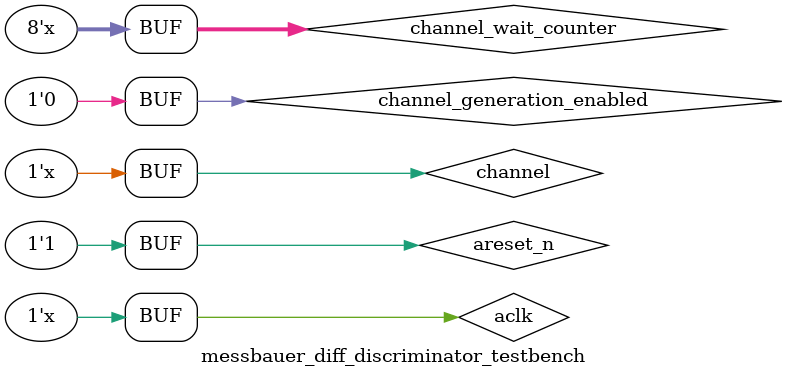
<source format=v>
`timescale 1ns / 1ps


module messbauer_diff_discriminator_testbench;

    // Inputs
    reg aclk;
    reg areset_n;
    reg channel;

    // Outputs
    wire lower_threshold;
    wire upper_threshold;

    // Instantiate the Unit Under Test (UUT)
    messbauer_diff_discriminator_signals 
    uut 
    (
        .aclk(aclk), 
        .areset_n(areset_n), 
        .channel(channel), 
        .lower_threshold(lower_threshold), 
        .upper_threshold(upper_threshold)
    );
    
    localparam CHANNEL_WAIT_COUNTER_CYCLES = 10;
    
    reg [7:0]channel_wait_counter;
    reg channel_generation_enabled;

    initial 
    begin
        // Initialize Inputs
        aclk = 0;
        areset_n = 0;
        channel = 0;
        channel_wait_counter = 0;
        channel_generation_enabled = 0;

        // Wait 100 ns for global reset to finish
        #100;
      areset_n = 1;
        // Add stimulus here

    end
    
    always
    begin
        #20 aclk <= ~aclk;
    end
    
    always
    begin
         if(channel_wait_counter < CHANNEL_WAIT_COUNTER_CYCLES)
             #100 channel_wait_counter <= channel_wait_counter + 1;
         else
         begin
             #64000 channel <= ~channel; // 128 us per messbauer channel
         end
    end
      
endmodule


</source>
